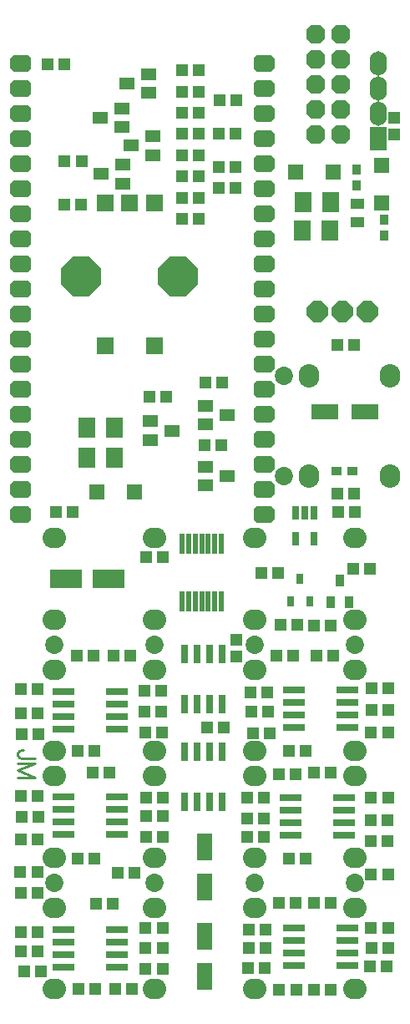
<source format=gts>
G04 DipTrace 3.3.0.0*
G04 esp02.GTS*
%MOIN*%
G04 #@! TF.FileFunction,Soldermask,Top*
G04 #@! TF.Part,Single*
%AMOUTLINE1*
4,1,8,
-0.017397,0.042,
-0.042,0.017397,
-0.042,-0.017397,
-0.017397,-0.042,
0.017397,-0.042,
0.042,-0.017397,
0.042,0.017397,
0.017397,0.042,
-0.017397,0.042,
0*%
%AMOUTLINE4*
4,1,8,
0.015816,0.038184,
0.038184,0.015816,
0.038184,-0.015816,
0.015816,-0.038184,
-0.015816,-0.038184,
-0.038184,-0.015816,
-0.038184,0.015816,
-0.015816,0.038184,
0.015816,0.038184,
0*%
%AMOUTLINE7*
4,1,8,
0.036657,-0.034,
-0.016157,-0.034,
-0.034,-0.016157,
-0.034,0.016157,
-0.016157,0.034,
0.036657,0.034,
0.049,0.021657,
0.049,-0.021657,
0.036657,-0.034,
0*%
%AMOUTLINE10*
4,1,8,
-0.036657,0.034,
0.016157,0.034,
0.034,0.016157,
0.034,-0.016157,
0.016157,-0.034,
-0.036657,-0.034,
-0.049,-0.021657,
-0.049,0.021657,
-0.036657,0.034,
0*%
%AMOUTLINE13*
4,1,8,
0.079118,-0.032772,
0.032772,-0.079118,
-0.032772,-0.079118,
-0.079118,-0.032772,
-0.079118,0.032772,
-0.032772,0.079118,
0.032772,0.079118,
0.079118,0.032772,
0.079118,-0.032772,
0*%
%ADD33R,0.025591X0.041339*%
%ADD61O,0.068X0.098*%
%ADD63R,0.068X0.098*%
%ADD65R,0.023748X0.078866*%
%ADD67R,0.06737X0.06737*%
%ADD69R,0.08674X0.031622*%
%ADD71R,0.041465X0.035559*%
%ADD73R,0.057213X0.043433*%
%ADD75R,0.035559X0.041465*%
%ADD77O,0.093X0.083*%
%ADD79C,0.073*%
%ADD81O,0.083X0.093*%
%ADD83R,0.031622X0.075717*%
%ADD85R,0.035559X0.04737*%
%ADD89R,0.029654X0.055244*%
%ADD91R,0.063118X0.04737*%
%ADD93R,0.063118X0.063118*%
%ADD95R,0.063118X0.110362*%
%ADD97R,0.04737X0.051307*%
%ADD99R,0.130047X0.072961*%
%ADD101R,0.110362X0.063118*%
%ADD103R,0.070992X0.078866*%
%ADD105R,0.051307X0.04737*%
%ADD112OUTLINE1*%
%ADD115OUTLINE4*%
%ADD118OUTLINE7*%
%ADD121OUTLINE10*%
%ADD124OUTLINE13*%
%ADD108C,0.010807*%
%FSLAX26Y26*%
G04*
G70*
G90*
G75*
G01*
G04 TopMask*
%LPD*%
D105*
X560732Y4139965D3*
X627661D3*
D103*
X1689831Y3591550D3*
X1579594D3*
X1687476Y3476049D3*
X1577240D3*
D105*
X1717685Y3020785D3*
X1784614D3*
D101*
X1828652Y2755556D3*
X1667235D3*
D105*
X1716883Y2429159D3*
X1783812D3*
X595301Y2354959D3*
X662230D3*
X1720887Y2352782D3*
X1787816D3*
D99*
X633818Y2088663D3*
X803109D3*
D105*
X1020083Y2173924D3*
X953154D3*
X1491560Y1902903D3*
X1558490D3*
X1690551Y1902100D3*
X1623622D3*
D97*
X1314327Y1843707D3*
Y1776778D3*
D105*
X1921465Y1652465D3*
X1854535D3*
X454535Y1646215D3*
X521465D3*
X1015214Y1639965D3*
X948285D3*
X1371071Y1633024D3*
X1438000D3*
X1263000Y1494000D3*
X1196071D3*
X1523285Y1402465D3*
X1590214D3*
X681749Y1400251D3*
X748678D3*
X742035Y1314965D3*
X808965D3*
X1625500Y1312751D3*
X1692429D3*
X1425500Y1131500D3*
X1358571D3*
X1851677Y1124482D3*
X1918606D3*
X1021465Y1058715D3*
X954535D3*
D95*
X1187458Y1018459D3*
Y857042D3*
D105*
X521465Y1046215D3*
X454535D3*
X679535Y971215D3*
X746465D3*
X1523285D3*
X1590214D3*
X1625500Y794000D3*
X1692429D3*
X754535Y789965D3*
X821465D3*
X1919249Y694000D3*
X1852320D3*
D95*
X1187458Y662209D3*
Y500791D3*
D105*
X1431749Y687751D3*
X1364820D3*
X521465Y677465D3*
X454535D3*
X1019249Y612751D3*
X952320D3*
X684333Y450251D3*
X751262D3*
X1552714Y446215D3*
X1485785D3*
D93*
X1893062Y3588533D3*
Y3738139D3*
X1551726Y3709327D3*
X1701332D3*
D91*
X1277613Y2741214D3*
X1190999Y2703812D3*
Y2778615D3*
X1056651Y2679075D3*
X970037Y2641673D3*
Y2716476D3*
X1279022Y2498373D3*
X1192408Y2460971D3*
Y2535774D3*
D93*
X757274Y2434173D3*
X906881D3*
D112*
X1638000Y3155722D3*
X1738000D3*
X1838000D3*
D89*
X1625396Y2350740D3*
X1587995D3*
X1550593D3*
Y2248378D3*
X1625396D3*
D33*
X1531469Y1996274D3*
X1606272D3*
X1568870Y2086825D3*
D85*
X1726900Y2080845D3*
X1764302Y1994231D3*
X1689499D3*
D83*
X1256749Y1787749D3*
X1206749D3*
X1156751D3*
X1106751D3*
Y1587749D3*
X1156751D3*
X1206749D3*
X1256749D3*
Y1396648D3*
X1206749D3*
X1156751D3*
X1106751D3*
Y1196648D3*
X1156751D3*
X1206749D3*
X1256749D3*
D81*
X1603699Y2898836D3*
X1928699D3*
D79*
X1503699D3*
D81*
X1603699Y2496100D3*
X1928699D3*
D79*
X1503699D3*
D77*
X1788000Y1925751D3*
Y2250751D3*
D79*
Y1825751D3*
D77*
X1388000Y1925751D3*
Y2250751D3*
D79*
Y1825751D3*
D77*
X988000Y1925751D3*
Y2250751D3*
D79*
Y1825751D3*
D77*
X588000Y1925751D3*
Y2250751D3*
D79*
Y1825751D3*
D77*
X1788000Y1724751D3*
Y1399751D3*
D79*
Y1824751D3*
D77*
X1388000Y1724751D3*
Y1399751D3*
D79*
Y1824751D3*
D77*
X988000Y1724751D3*
Y1399751D3*
D79*
Y1824751D3*
D77*
X588000Y1724751D3*
Y1399751D3*
D79*
Y1824751D3*
D77*
X1788000Y975751D3*
Y1300751D3*
D79*
Y875751D3*
D77*
X1388000Y975751D3*
Y1300751D3*
D79*
Y875751D3*
D77*
X988000Y975751D3*
Y1300751D3*
D79*
Y875751D3*
D77*
X588000Y975751D3*
Y1300751D3*
D79*
Y875751D3*
D77*
X1788000Y774751D3*
Y449751D3*
D79*
Y874751D3*
D77*
X1388000Y774751D3*
Y449751D3*
D79*
Y874751D3*
D77*
X988000Y774751D3*
Y449751D3*
D79*
Y874751D3*
D77*
X588000Y774751D3*
Y449751D3*
D79*
Y874751D3*
D115*
X1731816Y3861273D3*
X1631816D3*
X1731816Y3961273D3*
X1631816D3*
X1731816Y4061273D3*
X1631816D3*
X1731816Y4161273D3*
X1631816D3*
X1731816Y4261273D3*
X1631816D3*
D75*
X1795259Y3657972D3*
Y3720965D3*
X1903244Y3457121D3*
Y3520113D3*
D73*
X1797623Y3585713D3*
Y3510909D3*
D71*
X1714130Y2518774D3*
X1777122D3*
D118*
X443870Y4144007D3*
X443864Y4044000D3*
Y3944000D3*
Y3844000D3*
Y3744000D3*
Y3644000D3*
Y3544000D3*
Y3444000D3*
Y3344000D3*
Y3244000D3*
Y3144000D3*
Y3044000D3*
Y2944000D3*
Y2844000D3*
Y2744000D3*
Y2644000D3*
Y2544000D3*
Y2444000D3*
Y2344000D3*
D121*
X1435596D3*
Y2444000D3*
Y2544000D3*
Y2644000D3*
Y2744000D3*
Y2844000D3*
Y2944000D3*
Y3044000D3*
Y3144000D3*
Y3244000D3*
Y3344000D3*
Y3444000D3*
Y3544000D3*
Y3644000D3*
Y3744000D3*
Y3844000D3*
X1435570Y3944007D3*
X1435596Y4044000D3*
Y4144000D3*
D91*
X876689Y4064703D3*
X963303Y4102105D3*
Y4027302D3*
X772387Y3928322D3*
X859001Y3965723D3*
Y3890920D3*
X892967Y3816552D3*
X979581Y3853954D3*
Y3779151D3*
X775217Y3703295D3*
X861831Y3740697D3*
Y3665894D3*
D105*
X1097786Y4116526D3*
X1164715D3*
Y4031912D3*
X1097786D3*
X1314476Y3998510D3*
X1247547D3*
X1097786Y3947299D3*
X1164715D3*
Y3862685D3*
X1097786D3*
X1310663Y3862781D3*
X1243734D3*
X1097786Y3778071D3*
X1164715D3*
X629034Y3754189D3*
X695963D3*
X1244815Y3730909D3*
X1311744D3*
X1164715Y3693457D3*
X1097786D3*
X1243992Y3648161D3*
X1310921D3*
X1097786Y3608844D3*
X1164715D3*
X628606Y3580411D3*
X695535D3*
X1164715Y3524230D3*
X1097786D3*
X1189577Y2871731D3*
X1256507D3*
X1035396Y2814912D3*
X968467D3*
X1254109Y2621490D3*
X1187180D3*
D103*
X716421Y2569925D3*
X826657D3*
X716383Y2692058D3*
X826619D3*
D105*
X1414581Y2112072D3*
X1481510D3*
X1847944Y2128488D3*
X1781014D3*
X676556Y1781500D3*
X743486D3*
X890979D3*
X824050D3*
X1475500D3*
X1542429D3*
X1700500D3*
X1633571D3*
X1854535Y1564965D3*
X1921465D3*
X948285Y1558715D3*
X1015214D3*
X1442429Y1556500D3*
X1375500D3*
X521465Y1552465D3*
X454535D3*
X1017429Y1475251D3*
X950500D3*
X1919249D3*
X1852320D3*
X1379535Y1471215D3*
X1446465D3*
X456749Y1469000D3*
X523678D3*
X1550500Y1306500D3*
X1483571D3*
X521465Y1221215D3*
X454535D3*
X1021465Y1214965D3*
X954535D3*
X1358571Y1212751D3*
X1425500D3*
X1852320D3*
X1919249D3*
X1021465Y1139965D3*
X954535D3*
X523678Y1137751D3*
X456749D3*
X1425500Y1056500D3*
X1358571D3*
X1849751Y1040448D3*
X1916680D3*
X452320Y919000D3*
X519249D3*
X908965Y914965D3*
X842035D3*
X1919249Y906500D3*
X1852320D3*
X454535Y833715D3*
X521465D3*
X1483571Y794000D3*
X1550500D3*
X1019249Y694000D3*
X952320D3*
X1921465Y614965D3*
X1854535D3*
X1363000Y612751D3*
X1429929D3*
X521465Y602465D3*
X454535D3*
X1915214Y539965D3*
X1848285D3*
X1361550Y533715D3*
X1428479D3*
X1019249Y531500D3*
X952320D3*
X533965Y521215D3*
X467035D3*
X896833Y450251D3*
X829904D3*
X1690214Y446215D3*
X1623285D3*
D67*
X789575Y3589276D3*
X888000D3*
X986425D3*
X789575Y3018409D3*
X986425D3*
D124*
X695087Y3294000D3*
X1080913D3*
D65*
X1099106Y1999231D3*
X1124697D3*
X1150287D3*
X1175878D3*
X1201469D3*
X1227059D3*
X1252650Y1999239D3*
Y2227577D3*
X1227059D3*
X1201469D3*
X1175878D3*
X1150287D3*
X1124697D3*
X1099106D3*
D69*
X1756799Y1494050D3*
Y1544050D3*
Y1594050D3*
Y1644050D3*
X1544201D3*
Y1594050D3*
Y1544050D3*
Y1494050D3*
X838049Y1487799D3*
Y1537799D3*
Y1587799D3*
Y1637799D3*
X625450D3*
Y1587799D3*
Y1537799D3*
Y1487799D3*
X838049Y1069050D3*
Y1119050D3*
Y1169050D3*
Y1219050D3*
X625450D3*
Y1169050D3*
Y1119050D3*
Y1069050D3*
X1744299Y1062799D3*
Y1112799D3*
Y1162799D3*
Y1212799D3*
X1531701D3*
Y1162799D3*
Y1112799D3*
Y1062799D3*
X1756749Y544000D3*
Y594000D3*
Y644000D3*
Y694000D3*
X1544151D3*
Y644000D3*
Y594000D3*
Y544000D3*
X838000Y537749D3*
Y587749D3*
Y637749D3*
Y687749D3*
X625402D3*
Y637749D3*
Y587749D3*
Y537749D3*
D63*
X1881749Y3844000D3*
D61*
Y3944000D3*
Y4044000D3*
Y4144000D3*
D97*
X1945518Y3927717D3*
Y3860787D3*
X511505Y1371034D2*
D108*
X457959D1*
X447900Y1374361D1*
X444573Y1377766D1*
X441168Y1384420D1*
Y1391152D1*
X444573Y1397807D1*
X447900Y1401134D1*
X457959Y1404538D1*
X464614D1*
X441169Y1295874D2*
X511504D1*
X441169Y1322647D1*
X511504Y1349419D1*
X441168D1*
M02*

</source>
